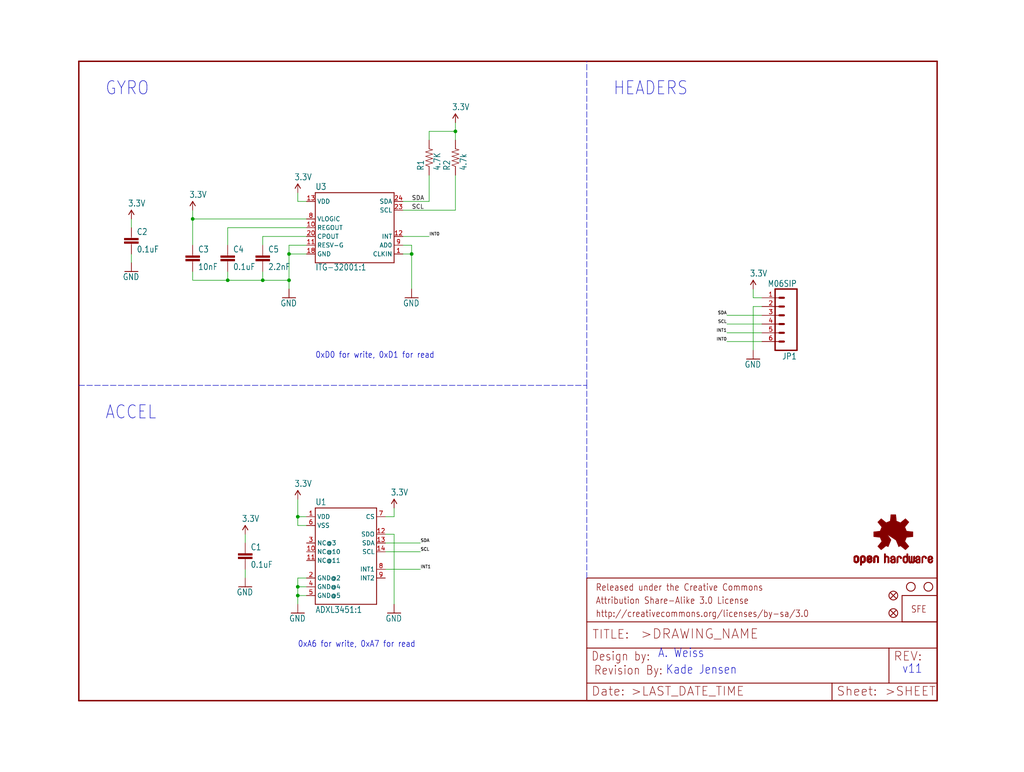
<source format=kicad_sch>
(kicad_sch (version 20211123) (generator eeschema)
  (paper "User" 297.002 223.926)
  (lib_symbols
    (symbol "eagleSchem-eagle-import:3.3V" (power)
      (property "Value" "3.3V" (at -1.016 3.556 0))
      (symbol "3.3V_1_0"
        (pin power_in line (at 0 0 90) (length 2.54) (name "3.3V") (number "1"))
      )
    )
    (symbol "eagleSchem-eagle-import:ADXL3451{colon}1"
      (property "Reference" "U" (at -7.62 13.462 0))
      (property "Value" "ADXL3451{colon}1" (at -7.62 -17.78 0))
      (symbol "ADXL3451{colon}1_1_0"
        (pin bidirectional line (at -10.16 10.16 0) (length 2.54) (name "VDD") (number "1"))
        (pin bidirectional line (at -10.16 0 0) (length 2.54) (name "NC@10") (number "10"))
        (pin bidirectional line (at -10.16 -2.54 0) (length 2.54) (name "NC@11") (number "11"))
        (pin bidirectional line (at 12.7 5.08 180) (length 2.54) (name "SDO") (number "12"))
        (pin bidirectional line (at 12.7 2.54 180) (length 2.54) (name "SDA") (number "13"))
        (pin bidirectional line (at 12.7 0 180) (length 2.54) (name "SCL") (number "14"))
        (pin bidirectional line (at -10.16 -7.62 0) (length 2.54) (name "GND@2") (number "2"))
        (pin bidirectional line (at -10.16 2.54 0) (length 2.54) (name "NC@3") (number "3"))
        (pin bidirectional line (at -10.16 -10.16 0) (length 2.54) (name "GND@4") (number "4"))
        (pin bidirectional line (at -10.16 -12.7 0) (length 2.54) (name "GND@5") (number "5"))
        (pin bidirectional line (at -10.16 7.62 0) (length 2.54) (name "VSS") (number "6"))
        (pin bidirectional line (at 12.7 10.16 180) (length 2.54) (name "CS") (number "7"))
        (pin bidirectional line (at 12.7 -5.08 180) (length 2.54) (name "INT1") (number "8"))
        (pin bidirectional line (at 12.7 -7.62 180) (length 2.54) (name "INT2") (number "9"))
      )
    )
    (symbol "eagleSchem-eagle-import:CAP0603-CAP"
      (property "Reference" "C" (at 1.524 2.921 0))
      (property "Value" "CAP0603-CAP" (at 1.524 -2.159 0))
      (symbol "CAP0603-CAP_1_0"
        (pin passive line (at 0 5.08 270) (length 2.54) (name "1") (number "1"))
        (pin passive line (at 0 -2.54 90) (length 2.54) (name "2") (number "2"))
      )
    )
    (symbol "eagleSchem-eagle-import:FIDUCIAL1X2")
    (symbol "eagleSchem-eagle-import:FRAME-LETTER"
      (symbol "FRAME-LETTER_2_0"
        (text ">DRAWING_NAME" (at 15.494 17.78 0) (effects (font (size 2.7432 2.7432)) (justify left bottom)))
        (text ">LAST_DATE_TIME" (at 12.7 1.27 0) (effects (font (size 2.54 2.54)) (justify left bottom)))
        (text ">SHEET" (at 86.36 1.27 0) (effects (font (size 2.54 2.54)) (justify left bottom)))
        (text "Attribution Share-Alike 3.0 License" (at 2.54 27.94 0) (effects (font (size 1.9304 1.6408)) (justify left bottom)))
        (text "Date:" (at 1.27 1.27 0) (effects (font (size 2.54 2.54)) (justify left bottom)))
        (text "Design by:" (at 1.27 11.43 0) (effects (font (size 2.54 2.159)) (justify left bottom)))
        (text "http://creativecommons.org/licenses/by-sa/3.0" (at 2.54 24.13 0) (effects (font (size 1.9304 1.6408)) (justify left bottom)))
        (text "Released under the Creative Commons" (at 2.54 31.75 0) (effects (font (size 1.9304 1.6408)) (justify left bottom)))
        (text "REV:" (at 88.9 11.43 0) (effects (font (size 2.54 2.54)) (justify left bottom)))
        (text "Sheet:" (at 72.39 1.27 0) (effects (font (size 2.54 2.54)) (justify left bottom)))
        (text "TITLE:" (at 1.524 17.78 0) (effects (font (size 2.54 2.54)) (justify left bottom)))
      )
    )
    (symbol "eagleSchem-eagle-import:GND" (power)
      (property "Value" "GND" (at -2.54 -2.54 0))
      (symbol "GND_1_0"
        (pin power_in line (at 0 2.54 270) (length 2.54) (name "GND") (number "1"))
      )
    )
    (symbol "eagleSchem-eagle-import:ITG-32001{colon}1"
      (property "Reference" "U" (at -10.16 10.922 0))
      (property "Value" "ITG-32001{colon}1" (at -10.16 -12.446 0))
      (symbol "ITG-32001{colon}1_1_0"
        (pin bidirectional line (at 15.24 -7.62 180) (length 2.54) (name "CLKIN") (number "1"))
        (pin bidirectional line (at -12.7 0 0) (length 2.54) (name "REGOUT") (number "10"))
        (pin bidirectional line (at -12.7 -5.08 0) (length 2.54) (name "RESV-G") (number "11"))
        (pin bidirectional line (at 15.24 -2.54 180) (length 2.54) (name "INT") (number "12"))
        (pin bidirectional line (at -12.7 7.62 0) (length 2.54) (name "VDD") (number "13"))
        (pin bidirectional line (at -12.7 -7.62 0) (length 2.54) (name "GND") (number "18"))
        (pin bidirectional line (at -12.7 -2.54 0) (length 2.54) (name "CPOUT") (number "20"))
        (pin bidirectional line (at 15.24 5.08 180) (length 2.54) (name "SCL") (number "23"))
        (pin bidirectional line (at 15.24 7.62 180) (length 2.54) (name "SDA") (number "24"))
        (pin bidirectional line (at -12.7 2.54 0) (length 2.54) (name "VLOGIC") (number "8"))
        (pin bidirectional line (at 15.24 -5.08 180) (length 2.54) (name "AD0") (number "9"))
      )
    )
    (symbol "eagleSchem-eagle-import:LOGO-SFESK"
      (symbol "LOGO-SFESK_1_0"
        (text "SFE" (at 0 0 0) (effects (font (size 1.9304 1.6408)) (justify left bottom)))
      )
    )
    (symbol "eagleSchem-eagle-import:M06SIP"
      (property "Reference" "JP" (at -5.08 10.922 0))
      (property "Value" "M06SIP" (at -5.08 -10.16 0))
      (symbol "M06SIP_1_0"
        (pin passive line (at 5.08 -5.08 180) (length 5.08) (name "1") (number "1"))
        (pin passive line (at 5.08 -2.54 180) (length 5.08) (name "2") (number "2"))
        (pin passive line (at 5.08 0 180) (length 5.08) (name "3") (number "3"))
        (pin passive line (at 5.08 2.54 180) (length 5.08) (name "4") (number "4"))
        (pin passive line (at 5.08 5.08 180) (length 5.08) (name "5") (number "5"))
        (pin passive line (at 5.08 7.62 180) (length 5.08) (name "6") (number "6"))
      )
    )
    (symbol "eagleSchem-eagle-import:OSHW-LOGOS")
    (symbol "eagleSchem-eagle-import:RESISTOR0603-RES"
      (property "Reference" "R" (at -3.81 1.4986 0))
      (property "Value" "RESISTOR0603-RES" (at -3.81 -3.302 0))
      (symbol "RESISTOR0603-RES_1_0"
        (pin passive line (at -5.08 0 0) (length 2.54) (name "1") (number "1"))
        (pin passive line (at 5.08 0 180) (length 2.54) (name "2") (number "2"))
      )
    )
    (symbol "eagleSchem-eagle-import:REVISION"
      (symbol "REVISION_1_0"
        (text "Revision By: " (at 0 0 0) (effects (font (size 2.54 2.159)) (justify left bottom)))
      )
    )
    (symbol "eagleSchem-eagle-import:STAND-OFF")
  )
  (junction (at 86.36 170.18))
  (junction (at 55.88 63.5))
  (junction (at 83.82 81.28))
  (junction (at 132.08 38.1))
  (junction (at 86.36 172.72))
  (junction (at 119.38 73.66))
  (junction (at 76.2 81.28))
  (junction (at 66.04 81.28))
  (junction (at 83.82 73.66))
  (junction (at 86.36 149.86))
  (wire (pts (xy 218.44 88.9) (xy 218.44 101.6)))
  (wire (pts (xy 111.76 160.02) (xy 121.92 160.02)))
  (wire (pts (xy 83.82 81.28) (xy 83.82 83.82)))
  (wire (pts (xy 83.82 73.66) (xy 83.82 81.28)))
  (wire (pts (xy 132.08 35.56) (xy 132.08 38.1)))
  (polyline (pts (xy 170.18 111.76) (xy 170.18 17.78)))
  (wire (pts (xy 86.36 152.4) (xy 86.36 149.86)))
  (wire (pts (xy 119.38 73.66) (xy 116.84 73.66)))
  (wire (pts (xy 76.2 81.28) (xy 83.82 81.28)))
  (wire (pts (xy 114.3 149.86) (xy 114.3 147.32)))
  (wire (pts (xy 66.04 81.28) (xy 76.2 81.28)))
  (wire (pts (xy 55.88 63.5) (xy 55.88 71.12)))
  (wire (pts (xy 66.04 78.74) (xy 66.04 81.28)))
  (wire (pts (xy 114.3 154.94) (xy 114.3 175.26)))
  (wire (pts (xy 218.44 86.36) (xy 218.44 83.82)))
  (wire (pts (xy 124.46 40.64) (xy 124.46 38.1)))
  (wire (pts (xy 83.82 71.12) (xy 83.82 73.66)))
  (wire (pts (xy 210.82 91.44) (xy 220.98 91.44)))
  (wire (pts (xy 111.76 154.94) (xy 114.3 154.94)))
  (wire (pts (xy 55.88 78.74) (xy 55.88 81.28)))
  (wire (pts (xy 210.82 99.06) (xy 220.98 99.06)))
  (wire (pts (xy 124.46 38.1) (xy 132.08 38.1)))
  (wire (pts (xy 88.9 73.66) (xy 83.82 73.66)))
  (wire (pts (xy 55.88 63.5) (xy 55.88 60.96)))
  (wire (pts (xy 124.46 58.42) (xy 124.46 50.8)))
  (polyline (pts (xy 22.86 111.76) (xy 170.18 111.76)))
  (polyline (pts (xy 170.18 167.64) (xy 170.18 111.76)))
  (wire (pts (xy 88.9 68.58) (xy 76.2 68.58)))
  (wire (pts (xy 38.1 76.2) (xy 38.1 73.66)))
  (wire (pts (xy 76.2 68.58) (xy 76.2 71.12)))
  (wire (pts (xy 86.36 167.64) (xy 86.36 170.18)))
  (wire (pts (xy 88.9 63.5) (xy 55.88 63.5)))
  (wire (pts (xy 76.2 78.74) (xy 76.2 81.28)))
  (wire (pts (xy 220.98 86.36) (xy 218.44 86.36)))
  (wire (pts (xy 119.38 73.66) (xy 119.38 83.82)))
  (wire (pts (xy 71.12 167.64) (xy 71.12 165.1)))
  (wire (pts (xy 86.36 58.42) (xy 88.9 58.42)))
  (wire (pts (xy 132.08 60.96) (xy 116.84 60.96)))
  (wire (pts (xy 88.9 71.12) (xy 83.82 71.12)))
  (wire (pts (xy 119.38 71.12) (xy 116.84 71.12)))
  (wire (pts (xy 88.9 172.72) (xy 86.36 172.72)))
  (wire (pts (xy 86.36 172.72) (xy 86.36 175.26)))
  (wire (pts (xy 210.82 96.52) (xy 220.98 96.52)))
  (wire (pts (xy 88.9 167.64) (xy 86.36 167.64)))
  (wire (pts (xy 111.76 165.1) (xy 121.92 165.1)))
  (wire (pts (xy 220.98 88.9) (xy 218.44 88.9)))
  (wire (pts (xy 132.08 60.96) (xy 132.08 50.8)))
  (wire (pts (xy 86.36 58.42) (xy 86.36 55.88)))
  (wire (pts (xy 66.04 66.04) (xy 66.04 71.12)))
  (wire (pts (xy 132.08 38.1) (xy 132.08 40.64)))
  (wire (pts (xy 71.12 157.48) (xy 71.12 154.94)))
  (wire (pts (xy 119.38 71.12) (xy 119.38 73.66)))
  (wire (pts (xy 111.76 149.86) (xy 114.3 149.86)))
  (wire (pts (xy 88.9 152.4) (xy 86.36 152.4)))
  (wire (pts (xy 88.9 66.04) (xy 66.04 66.04)))
  (wire (pts (xy 111.76 157.48) (xy 121.92 157.48)))
  (wire (pts (xy 55.88 81.28) (xy 66.04 81.28)))
  (wire (pts (xy 116.84 58.42) (xy 124.46 58.42)))
  (wire (pts (xy 86.36 170.18) (xy 86.36 172.72)))
  (wire (pts (xy 38.1 66.04) (xy 38.1 63.5)))
  (wire (pts (xy 88.9 149.86) (xy 86.36 149.86)))
  (wire (pts (xy 86.36 149.86) (xy 86.36 144.78)))
  (wire (pts (xy 88.9 170.18) (xy 86.36 170.18)))
  (wire (pts (xy 116.84 68.58) (xy 124.46 68.58)))
  (wire (pts (xy 210.82 93.98) (xy 220.98 93.98)))
  (text "HEADERS" (at 177.8 27.94 180) (effects (font (size 3.81 3.2385)) (justify left bottom)))
  (text "0xA6 for write, 0xA7 for read" (at 86.36 187.96 180) (effects (font (size 1.778 1.5113)) (justify left bottom)))
  (text "0xD0 for write, 0xD1 for read" (at 91.44 104.14 180) (effects (font (size 1.778 1.5113)) (justify left bottom)))
  (text "ACCEL" (at 30.48 121.92 180) (effects (font (size 3.81 3.2385)) (justify left bottom)))
  (text "A. Weiss" (at 190.754 191.008 180) (effects (font (size 2.54 2.159)) (justify left bottom)))
  (text "v11" (at 261.62 195.58 180) (effects (font (size 2.54 2.159)) (justify left bottom)))
  (text "Kade Jensen" (at 193.04 195.834 180) (effects (font (size 2.54 2.159)) (justify left bottom)))
  (text "GYRO" (at 30.48 27.94 180) (effects (font (size 3.81 3.2385)) (justify left bottom)))
  (label "INT0" (at 124.46 68.58 0) (effects (font (size 0.889 0.889))))
  (label "INT0" (at 210.82 99.06 180) (effects (font (size 0.889 0.889))))
  (label "INT1" (at 210.82 96.52 180) (effects (font (size 0.889 0.889))))
  (label "SCL" (at 121.92 160.02 0) (effects (font (size 0.889 0.889))))
  (label "SCL" (at 210.82 93.98 180) (effects (font (size 0.889 0.889))))
  (label "SDA" (at 210.82 91.44 180) (effects (font (size 0.889 0.889))))
  (label "SDA" (at 119.38 58.42 0) (effects (font (size 1.2446 1.2446))))
  (label "SCL" (at 119.38 60.96 0) (effects (font (size 1.2446 1.2446))))
  (label "SDA" (at 121.92 157.48 0) (effects (font (size 0.889 0.889))))
  (label "INT1" (at 121.92 165.1 0) (effects (font (size 0.889 0.889))))
  (symbol (lib_id "eagleSchem-eagle-import:GND") (at 71.12 170.18 0) (unit 1)
    (property "Reference" "#GND4" (effects hide))
    (property "Value" "GND" (at 68.58 172.72 0) (effects (font (size 1.778 1.5113)) (justify left bottom)))
    (property "Footprint" "eagleSchem:" (effects hide))
  )
  (symbol (lib_id "eagleSchem-eagle-import:GND") (at 86.36 177.8 0) (unit 1)
    (property "Reference" "#GND5" (effects hide))
    (property "Value" "GND" (at 83.82 180.34 0) (effects (font (size 1.778 1.5113)) (justify left bottom)))
    (property "Footprint" "eagleSchem:" (effects hide))
  )
  (symbol (lib_id "eagleSchem-eagle-import:ITG-32001{colon}1") (at 101.6 66.04 0) (unit 1)
    (property "Reference" "U3" (at 91.44 55.118 0) (effects (font (size 1.778 1.5113)) (justify left bottom)))
    (property "Value" "ITG-32001:1" (at 91.44 78.486 0) (effects (font (size 1.778 1.5113)) (justify left bottom)))
    (property "Footprint" "eagleSchem:QFN-24_ITG3200_1_1" (effects hide))
  )
  (symbol (lib_id "eagleSchem-eagle-import:STAND-OFF") (at 269.24 170.18 0) (unit 1)
    (property "Reference" "JP2" (effects hide))
    (property "Value" "STAND-OFF" (effects hide))
    (property "Footprint" "eagleSchem:STAND-OFF" (effects hide))
  )
  (symbol (lib_id "eagleSchem-eagle-import:REVISION") (at 172.212 195.834 0) (unit 1)
    (property "Reference" "U$1" (effects hide))
    (property "Value" "REVISION" (effects hide))
    (property "Footprint" "eagleSchem:REVISION" (effects hide))
  )
  (symbol (lib_id "eagleSchem-eagle-import:3.3V") (at 86.36 144.78 0) (unit 1)
    (property "Reference" "#P+3" (effects hide))
    (property "Value" "3.3V" (at 85.344 141.224 0) (effects (font (size 1.778 1.5113)) (justify left bottom)))
    (property "Footprint" "eagleSchem:" (effects hide))
  )
  (symbol (lib_id "eagleSchem-eagle-import:FRAME-LETTER") (at 170.18 203.2 0) (unit 2)
    (property "Reference" "FRAME1" (effects hide))
    (property "Value" "FRAME-LETTER" (effects hide))
    (property "Footprint" "eagleSchem:CREATIVE_COMMONS" (effects hide))
  )
  (symbol (lib_id "eagleSchem-eagle-import:M06SIP") (at 226.06 91.44 180) (unit 1)
    (property "Reference" "JP1" (at 231.14 102.362 0) (effects (font (size 1.778 1.5113)) (justify left bottom)))
    (property "Value" "M06SIP" (at 231.14 81.28 0) (effects (font (size 1.778 1.5113)) (justify left bottom)))
    (property "Footprint" "eagleSchem:1X06" (effects hide))
  )
  (symbol (lib_id "eagleSchem-eagle-import:3.3V") (at 71.12 154.94 0) (unit 1)
    (property "Reference" "#P+4" (effects hide))
    (property "Value" "3.3V" (at 70.104 151.384 0) (effects (font (size 1.778 1.5113)) (justify left bottom)))
    (property "Footprint" "eagleSchem:" (effects hide))
  )
  (symbol (lib_id "eagleSchem-eagle-import:RESISTOR0603-RES") (at 124.46 45.72 90) (unit 1)
    (property "Reference" "R1" (at 122.9614 49.53 0) (effects (font (size 1.778 1.5113)) (justify left bottom)))
    (property "Value" "4.7K" (at 127.762 49.53 0) (effects (font (size 1.778 1.5113)) (justify left bottom)))
    (property "Footprint" "eagleSchem:0603-RES" (effects hide))
  )
  (symbol (lib_id "eagleSchem-eagle-import:CAP0603-CAP") (at 38.1 71.12 0) (unit 1)
    (property "Reference" "C2" (at 39.624 68.199 0) (effects (font (size 1.778 1.5113)) (justify left bottom)))
    (property "Value" "0.1uF" (at 39.624 73.279 0) (effects (font (size 1.778 1.5113)) (justify left bottom)))
    (property "Footprint" "eagleSchem:0603-CAP" (effects hide))
  )
  (symbol (lib_id "eagleSchem-eagle-import:FIDUCIAL1X2") (at 259.08 177.8 0) (unit 1)
    (property "Reference" "JP4" (effects hide))
    (property "Value" "FIDUCIAL1X2" (effects hide))
    (property "Footprint" "eagleSchem:FIDUCIAL-1X2" (effects hide))
  )
  (symbol (lib_id "eagleSchem-eagle-import:CAP0603-CAP") (at 55.88 76.2 0) (unit 1)
    (property "Reference" "C3" (at 57.404 73.279 0) (effects (font (size 1.778 1.5113)) (justify left bottom)))
    (property "Value" "10nF" (at 57.404 78.359 0) (effects (font (size 1.778 1.5113)) (justify left bottom)))
    (property "Footprint" "eagleSchem:0603-CAP" (effects hide))
  )
  (symbol (lib_id "eagleSchem-eagle-import:3.3V") (at 114.3 147.32 0) (unit 1)
    (property "Reference" "#P+8" (effects hide))
    (property "Value" "3.3V" (at 113.284 143.764 0) (effects (font (size 1.778 1.5113)) (justify left bottom)))
    (property "Footprint" "eagleSchem:" (effects hide))
  )
  (symbol (lib_id "eagleSchem-eagle-import:OSHW-LOGOS") (at 259.08 154.94 0) (unit 1)
    (property "Reference" "U$2" (effects hide))
    (property "Value" "OSHW-LOGOS" (effects hide))
    (property "Footprint" "eagleSchem:OSHW-LOGO-S" (effects hide))
  )
  (symbol (lib_id "eagleSchem-eagle-import:CAP0603-CAP") (at 66.04 76.2 0) (unit 1)
    (property "Reference" "C4" (at 67.564 73.279 0) (effects (font (size 1.778 1.5113)) (justify left bottom)))
    (property "Value" "0.1uF" (at 67.564 78.359 0) (effects (font (size 1.778 1.5113)) (justify left bottom)))
    (property "Footprint" "eagleSchem:0603-CAP" (effects hide))
  )
  (symbol (lib_id "eagleSchem-eagle-import:ADXL3451{colon}1") (at 99.06 160.02 0) (unit 1)
    (property "Reference" "U1" (at 91.44 146.558 0) (effects (font (size 1.778 1.5113)) (justify left bottom)))
    (property "Value" "ADXL3451{colon}1" (at 91.44 177.8 0) (effects (font (size 1.778 1.5113)) (justify left bottom)))
    (property "Footprint" "eagleSchem:LGA14" (effects hide))
  )
  (symbol (lib_id "eagleSchem-eagle-import:STAND-OFF") (at 264.16 170.18 0) (unit 1)
    (property "Reference" "JP5" (effects hide))
    (property "Value" "STAND-OFF" (effects hide))
    (property "Footprint" "eagleSchem:STAND-OFF" (effects hide))
  )
  (symbol (lib_id "eagleSchem-eagle-import:RESISTOR0603-RES") (at 132.08 45.72 90) (unit 1)
    (property "Reference" "R2" (at 130.5814 49.53 0) (effects (font (size 1.778 1.5113)) (justify left bottom)))
    (property "Value" "4.7k" (at 135.382 49.53 0) (effects (font (size 1.778 1.5113)) (justify left bottom)))
    (property "Footprint" "eagleSchem:0603-RES" (effects hide))
  )
  (symbol (lib_id "eagleSchem-eagle-import:3.3V") (at 218.44 83.82 0) (unit 1)
    (property "Reference" "#P+7" (effects hide))
    (property "Value" "3.3V" (at 217.424 80.264 0) (effects (font (size 1.778 1.5113)) (justify left bottom)))
    (property "Footprint" "eagleSchem:" (effects hide))
  )
  (symbol (lib_id "eagleSchem-eagle-import:CAP0603-CAP") (at 76.2 76.2 0) (unit 1)
    (property "Reference" "C5" (at 77.724 73.279 0) (effects (font (size 1.778 1.5113)) (justify left bottom)))
    (property "Value" "2.2nF" (at 77.724 78.359 0) (effects (font (size 1.778 1.5113)) (justify left bottom)))
    (property "Footprint" "eagleSchem:0603-CAP" (effects hide))
  )
  (symbol (lib_id "eagleSchem-eagle-import:GND") (at 83.82 86.36 0) (unit 1)
    (property "Reference" "#GND3" (effects hide))
    (property "Value" "GND" (at 81.28 88.9 0) (effects (font (size 1.778 1.5113)) (justify left bottom)))
    (property "Footprint" "eagleSchem:" (effects hide))
  )
  (symbol (lib_id "eagleSchem-eagle-import:CAP0603-CAP") (at 71.12 162.56 0) (unit 1)
    (property "Reference" "C1" (at 72.644 159.639 0) (effects (font (size 1.778 1.5113)) (justify left bottom)))
    (property "Value" "0.1uF" (at 72.644 164.719 0) (effects (font (size 1.778 1.5113)) (justify left bottom)))
    (property "Footprint" "eagleSchem:0603-CAP" (effects hide))
  )
  (symbol (lib_id "eagleSchem-eagle-import:GND") (at 38.1 78.74 0) (unit 1)
    (property "Reference" "#GND2" (effects hide))
    (property "Value" "GND" (at 35.56 81.28 0) (effects (font (size 1.778 1.5113)) (justify left bottom)))
    (property "Footprint" "eagleSchem:" (effects hide))
  )
  (symbol (lib_id "eagleSchem-eagle-import:3.3V") (at 132.08 35.56 0) (unit 1)
    (property "Reference" "#P+1" (effects hide))
    (property "Value" "3.3V" (at 131.064 32.004 0) (effects (font (size 1.778 1.5113)) (justify left bottom)))
    (property "Footprint" "eagleSchem:" (effects hide))
  )
  (symbol (lib_id "eagleSchem-eagle-import:FRAME-LETTER") (at 22.86 203.2 0) (unit 1)
    (property "Reference" "FRAME1" (effects hide))
    (property "Value" "FRAME-LETTER" (effects hide))
    (property "Footprint" "eagleSchem:CREATIVE_COMMONS" (effects hide))
  )
  (symbol (lib_id "eagleSchem-eagle-import:3.3V") (at 38.1 63.5 0) (unit 1)
    (property "Reference" "#P+2" (effects hide))
    (property "Value" "3.3V" (at 37.084 59.944 0) (effects (font (size 1.778 1.5113)) (justify left bottom)))
    (property "Footprint" "eagleSchem:" (effects hide))
  )
  (symbol (lib_id "eagleSchem-eagle-import:3.3V") (at 55.88 60.96 0) (unit 1)
    (property "Reference" "#P+6" (effects hide))
    (property "Value" "3.3V" (at 54.864 57.404 0) (effects (font (size 1.778 1.5113)) (justify left bottom)))
    (property "Footprint" "eagleSchem:" (effects hide))
  )
  (symbol (lib_id "eagleSchem-eagle-import:GND") (at 119.38 86.36 0) (unit 1)
    (property "Reference" "#GND1" (effects hide))
    (property "Value" "GND" (at 116.84 88.9 0) (effects (font (size 1.778 1.5113)) (justify left bottom)))
    (property "Footprint" "eagleSchem:" (effects hide))
  )
  (symbol (lib_id "eagleSchem-eagle-import:GND") (at 114.3 177.8 0) (unit 1)
    (property "Reference" "#GND6" (effects hide))
    (property "Value" "GND" (at 111.76 180.34 0) (effects (font (size 1.778 1.5113)) (justify left bottom)))
    (property "Footprint" "eagleSchem:" (effects hide))
  )
  (symbol (lib_id "eagleSchem-eagle-import:GND") (at 218.44 104.14 0) (unit 1)
    (property "Reference" "#GND8" (effects hide))
    (property "Value" "GND" (at 215.9 106.68 0) (effects (font (size 1.778 1.5113)) (justify left bottom)))
    (property "Footprint" "eagleSchem:" (effects hide))
  )
  (symbol (lib_id "eagleSchem-eagle-import:3.3V") (at 86.36 55.88 0) (unit 1)
    (property "Reference" "#P+5" (effects hide))
    (property "Value" "3.3V" (at 85.344 52.324 0) (effects (font (size 1.778 1.5113)) (justify left bottom)))
    (property "Footprint" "eagleSchem:" (effects hide))
  )
  (symbol (lib_id "eagleSchem-eagle-import:FIDUCIAL1X2") (at 259.08 172.72 0) (unit 1)
    (property "Reference" "JP6" (effects hide))
    (property "Value" "FIDUCIAL1X2" (effects hide))
    (property "Footprint" "eagleSchem:FIDUCIAL-1X2" (effects hide))
  )
  (symbol (lib_id "eagleSchem-eagle-import:LOGO-SFESK") (at 264.16 177.8 0) (unit 1)
    (property "Reference" "JP3" (effects hide))
    (property "Value" "LOGO-SFESK" (effects hide))
    (property "Footprint" "eagleSchem:SFE-LOGO-FLAME" (effects hide))
  )
)
</source>
